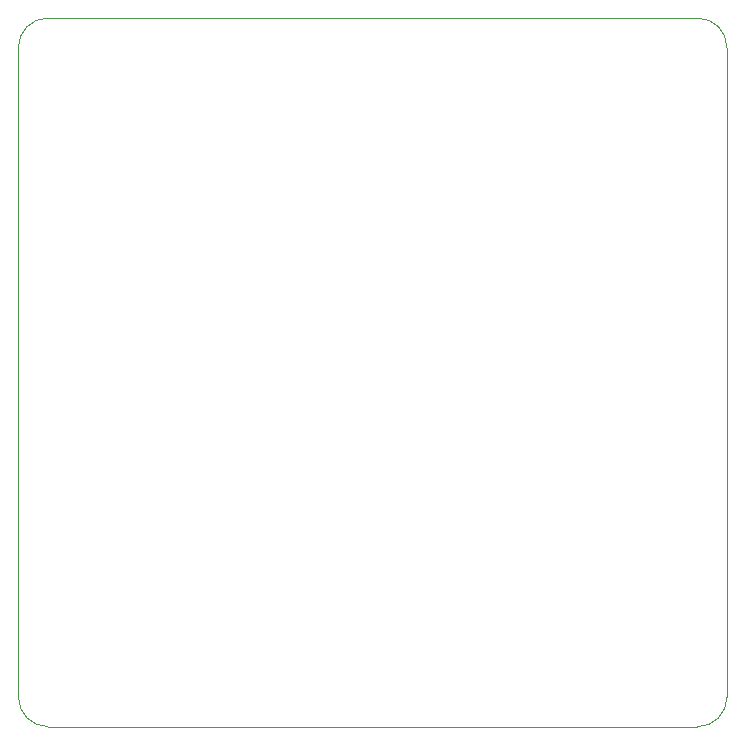
<source format=gm1>
G04 #@! TF.GenerationSoftware,KiCad,Pcbnew,(5.1.2)-1*
G04 #@! TF.CreationDate,2023-10-16T21:57:53+09:00*
G04 #@! TF.ProjectId,projectionball,70726f6a-6563-4746-996f-6e62616c6c2e,7.4*
G04 #@! TF.SameCoordinates,Original*
G04 #@! TF.FileFunction,Profile,NP*
%FSLAX46Y46*%
G04 Gerber Fmt 4.6, Leading zero omitted, Abs format (unit mm)*
G04 Created by KiCad (PCBNEW (5.1.2)-1) date 2023-10-16 21:57:53*
%MOMM*%
%LPD*%
G04 APERTURE LIST*
%ADD10C,0.100000*%
G04 APERTURE END LIST*
D10*
X110000000Y-85000000D02*
G75*
G02X112500000Y-82500000I2500000J0D01*
G01*
X167500000Y-82500000D02*
G75*
G02X170000000Y-85000000I0J-2500000D01*
G01*
X170000000Y-140000000D02*
G75*
G02X167500000Y-142500000I-2500000J0D01*
G01*
X112500000Y-142500000D02*
G75*
G02X110000000Y-140000000I0J2500000D01*
G01*
X167500000Y-142500000D02*
X112500000Y-142500000D01*
X170000000Y-85000000D02*
X170000000Y-140000000D01*
X112500000Y-82500000D02*
X167500000Y-82500000D01*
X110000000Y-85000000D02*
X110000000Y-140000000D01*
M02*

</source>
